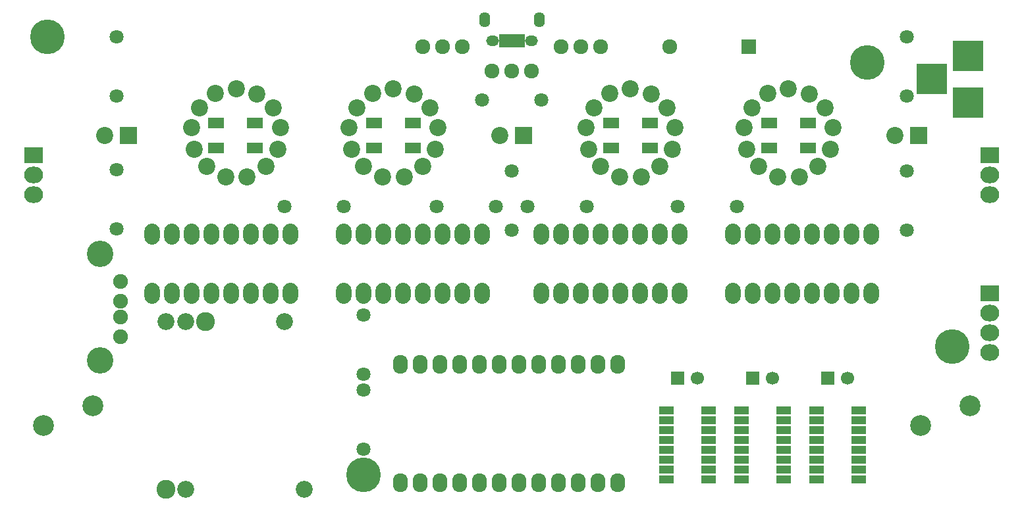
<source format=gbr>
G04 #@! TF.FileFunction,Soldermask,Top*
%FSLAX46Y46*%
G04 Gerber Fmt 4.6, Leading zero omitted, Abs format (unit mm)*
G04 Created by KiCad (PCBNEW 4.0.4-stable) date 01/04/17 18:21:53*
%MOMM*%
%LPD*%
G01*
G04 APERTURE LIST*
%ADD10C,0.100000*%
%ADD11O,1.924000X2.432000*%
%ADD12C,1.901140*%
%ADD13C,3.399740*%
%ADD14C,4.464000*%
%ADD15R,3.900120X3.900120*%
%ADD16R,0.800000X1.750000*%
%ADD17O,1.650000X1.350000*%
%ADD18O,1.400000X1.950000*%
%ADD19C,2.686000*%
%ADD20C,2.178000*%
%ADD21C,2.432000*%
%ADD22O,2.000000X2.700000*%
%ADD23R,2.200000X2.200000*%
%ADD24C,2.200000*%
%ADD25C,1.797000*%
%ADD26R,1.924000X1.924000*%
%ADD27C,1.924000*%
%ADD28R,2.000000X1.400000*%
%ADD29R,2.432000X2.127200*%
%ADD30O,2.432000X2.127200*%
%ADD31R,1.700000X1.700000*%
%ADD32C,1.700000*%
%ADD33R,1.900000X1.000000*%
G04 APERTURE END LIST*
D10*
D11*
X74549000Y-45974000D03*
X72009000Y-45974000D03*
X69469000Y-45974000D03*
X66929000Y-45974000D03*
X64389000Y-45974000D03*
X61849000Y-45974000D03*
X59309000Y-45974000D03*
X56769000Y-45974000D03*
X54229000Y-45974000D03*
X51689000Y-45974000D03*
X49149000Y-45974000D03*
X49149000Y-61214000D03*
X51689000Y-61214000D03*
X54229000Y-61214000D03*
X56769000Y-61214000D03*
X59309000Y-61214000D03*
X61849000Y-61214000D03*
X64389000Y-61214000D03*
X66929000Y-61214000D03*
X69469000Y-61214000D03*
X72009000Y-61214000D03*
X74549000Y-61214000D03*
X77089000Y-45974000D03*
X77089000Y-61214000D03*
D12*
X13210120Y-42418860D03*
X13210120Y-39878860D03*
X13210120Y-37846860D03*
X13210120Y-35306860D03*
D13*
X10543120Y-45466860D03*
X10543120Y-31750860D03*
D14*
X44450000Y-60198000D03*
X120142000Y-43688000D03*
X109220000Y-7112000D03*
D15*
X122174000Y-12296140D03*
X122174000Y-6296660D03*
X117475000Y-9296400D03*
D16*
X64800900Y-4356540D03*
X64150900Y-4356540D03*
X63500900Y-4356540D03*
X62850900Y-4356540D03*
X62200900Y-4356540D03*
D17*
X66000900Y-4356540D03*
X61000900Y-4356540D03*
D18*
X67000900Y-1656540D03*
X60000900Y-1656540D03*
D19*
X9652000Y-51308000D03*
X3302000Y-53848000D03*
X122428000Y-51308000D03*
X116078000Y-53848000D03*
D20*
X19050000Y-40513000D03*
X21590000Y-40513000D03*
D21*
X24130000Y-40513000D03*
D20*
X34290000Y-40513000D03*
D21*
X19050000Y-62103000D03*
D20*
X21590000Y-62103000D03*
X36830000Y-62103000D03*
D22*
X17272000Y-36830000D03*
X19812000Y-36830000D03*
X22352000Y-36830000D03*
X24892000Y-36830000D03*
X27432000Y-36830000D03*
X29972000Y-36830000D03*
X32512000Y-36830000D03*
X35052000Y-36830000D03*
X35052000Y-29210000D03*
X32512000Y-29210000D03*
X29972000Y-29210000D03*
X27432000Y-29210000D03*
X24892000Y-29210000D03*
X22352000Y-29210000D03*
X19812000Y-29210000D03*
X17272000Y-29210000D03*
X41910000Y-36830000D03*
X44450000Y-36830000D03*
X46990000Y-36830000D03*
X49530000Y-36830000D03*
X52070000Y-36830000D03*
X54610000Y-36830000D03*
X57150000Y-36830000D03*
X59690000Y-36830000D03*
X59690000Y-29210000D03*
X57150000Y-29210000D03*
X54610000Y-29210000D03*
X52070000Y-29210000D03*
X49530000Y-29210000D03*
X46990000Y-29210000D03*
X44450000Y-29210000D03*
X41910000Y-29210000D03*
X67310000Y-36830000D03*
X69850000Y-36830000D03*
X72390000Y-36830000D03*
X74930000Y-36830000D03*
X77470000Y-36830000D03*
X80010000Y-36830000D03*
X82550000Y-36830000D03*
X85090000Y-36830000D03*
X85090000Y-29210000D03*
X82550000Y-29210000D03*
X80010000Y-29210000D03*
X77470000Y-29210000D03*
X74930000Y-29210000D03*
X72390000Y-29210000D03*
X69850000Y-29210000D03*
X67310000Y-29210000D03*
X91948000Y-36830000D03*
X94488000Y-36830000D03*
X97028000Y-36830000D03*
X99568000Y-36830000D03*
X102108000Y-36830000D03*
X104648000Y-36830000D03*
X107188000Y-36830000D03*
X109728000Y-36830000D03*
X109728000Y-29210000D03*
X107188000Y-29210000D03*
X104648000Y-29210000D03*
X102108000Y-29210000D03*
X99568000Y-29210000D03*
X97028000Y-29210000D03*
X94488000Y-29210000D03*
X91948000Y-29210000D03*
D23*
X14224000Y-16510000D03*
D24*
X11176000Y-16510000D03*
D23*
X65024000Y-16510000D03*
D24*
X61976000Y-16510000D03*
D23*
X115824000Y-16510000D03*
D24*
X112776000Y-16510000D03*
D25*
X12700000Y-3810000D03*
X12700000Y-11430000D03*
X59690000Y-11938000D03*
X67310000Y-11938000D03*
X114300000Y-3810000D03*
X114300000Y-11430000D03*
X44450000Y-56896000D03*
X44450000Y-49276000D03*
X12700000Y-28575000D03*
X12700000Y-20955000D03*
X63500000Y-28702000D03*
X63500000Y-21082000D03*
X114300000Y-28702000D03*
X114300000Y-21082000D03*
X44450000Y-39624000D03*
X44450000Y-47244000D03*
X34290000Y-25654000D03*
X41910000Y-25654000D03*
X53848000Y-25654000D03*
X61468000Y-25654000D03*
X73152000Y-25654000D03*
X65532000Y-25654000D03*
X92456000Y-25654000D03*
X84836000Y-25654000D03*
D26*
X93980000Y-5080000D03*
D27*
X83820000Y-5080000D03*
D28*
X30440000Y-18110000D03*
X30440000Y-14910000D03*
X25440000Y-18110000D03*
X25440000Y-14910000D03*
X50760000Y-18110000D03*
X50760000Y-14910000D03*
X45760000Y-18110000D03*
X45760000Y-14910000D03*
X81240000Y-18110000D03*
X81240000Y-14910000D03*
X76240000Y-18110000D03*
X76240000Y-14910000D03*
X101560000Y-18110000D03*
X101560000Y-14910000D03*
X96560000Y-18110000D03*
X96560000Y-14910000D03*
D29*
X124968000Y-36830000D03*
D30*
X124968000Y-39370000D03*
X124968000Y-41910000D03*
X124968000Y-44450000D03*
D31*
X84836000Y-47752000D03*
D32*
X87336000Y-47752000D03*
D31*
X94488000Y-47752000D03*
D32*
X96988000Y-47752000D03*
D31*
X104140000Y-47752000D03*
D32*
X106640000Y-47752000D03*
D14*
X3810000Y-3810000D03*
D29*
X124968000Y-19050000D03*
D30*
X124968000Y-21590000D03*
X124968000Y-24130000D03*
D29*
X2032000Y-19050000D03*
D30*
X2032000Y-21590000D03*
X2032000Y-24130000D03*
D27*
X54610000Y-5080000D03*
X57150000Y-5080000D03*
X52070000Y-5080000D03*
X63500000Y-8255000D03*
X66040000Y-8255000D03*
X60960000Y-8255000D03*
X72390000Y-5080000D03*
X74930000Y-5080000D03*
X69850000Y-5080000D03*
D33*
X83406000Y-51943000D03*
X83406000Y-53213000D03*
X83406000Y-54483000D03*
X83406000Y-55753000D03*
X83406000Y-57023000D03*
X83406000Y-58293000D03*
X83406000Y-59563000D03*
X83406000Y-60833000D03*
X88806000Y-60833000D03*
X88806000Y-59563000D03*
X88806000Y-58293000D03*
X88806000Y-57023000D03*
X88806000Y-55753000D03*
X88806000Y-54483000D03*
X88806000Y-53213000D03*
X88806000Y-51943000D03*
X93058000Y-51943000D03*
X93058000Y-53213000D03*
X93058000Y-54483000D03*
X93058000Y-55753000D03*
X93058000Y-57023000D03*
X93058000Y-58293000D03*
X93058000Y-59563000D03*
X93058000Y-60833000D03*
X98458000Y-60833000D03*
X98458000Y-59563000D03*
X98458000Y-58293000D03*
X98458000Y-57023000D03*
X98458000Y-55753000D03*
X98458000Y-54483000D03*
X98458000Y-53213000D03*
X98458000Y-51943000D03*
X102710000Y-51943000D03*
X102710000Y-53213000D03*
X102710000Y-54483000D03*
X102710000Y-55753000D03*
X102710000Y-57023000D03*
X102710000Y-58293000D03*
X102710000Y-59563000D03*
X102710000Y-60833000D03*
X108110000Y-60833000D03*
X108110000Y-59563000D03*
X108110000Y-58293000D03*
X108110000Y-57023000D03*
X108110000Y-55753000D03*
X108110000Y-54483000D03*
X108110000Y-53213000D03*
X108110000Y-51943000D03*
D24*
X28067000Y-10506000D03*
X30739842Y-11164987D03*
X32800034Y-12990898D03*
X33775355Y-15565213D03*
X33442248Y-18297865D03*
X31877065Y-20562495D03*
X29438567Y-21840022D03*
X26685689Y-21837620D03*
X24249424Y-20555839D03*
X22688197Y-18288480D03*
X22359860Y-15555251D03*
X23339672Y-12982643D03*
X25403048Y-11160329D03*
X48260000Y-10506000D03*
X50932842Y-11164987D03*
X52993034Y-12990898D03*
X53968355Y-15565213D03*
X53635248Y-18297865D03*
X52070065Y-20562495D03*
X49631567Y-21840022D03*
X46878689Y-21837620D03*
X44442424Y-20555839D03*
X42881197Y-18288480D03*
X42552860Y-15555251D03*
X43532672Y-12982643D03*
X45596048Y-11160329D03*
X78740000Y-10506000D03*
X81412842Y-11164987D03*
X83473034Y-12990898D03*
X84448355Y-15565213D03*
X84115248Y-18297865D03*
X82550065Y-20562495D03*
X80111567Y-21840022D03*
X77358689Y-21837620D03*
X74922424Y-20555839D03*
X73361197Y-18288480D03*
X73032860Y-15555251D03*
X74012672Y-12982643D03*
X76076048Y-11160329D03*
X99060000Y-10506000D03*
X101732842Y-11164987D03*
X103793034Y-12990898D03*
X104768355Y-15565213D03*
X104435248Y-18297865D03*
X102870065Y-20562495D03*
X100431567Y-21840022D03*
X97678689Y-21837620D03*
X95242424Y-20555839D03*
X93681197Y-18288480D03*
X93352860Y-15555251D03*
X94332672Y-12982643D03*
X96396048Y-11160329D03*
M02*

</source>
